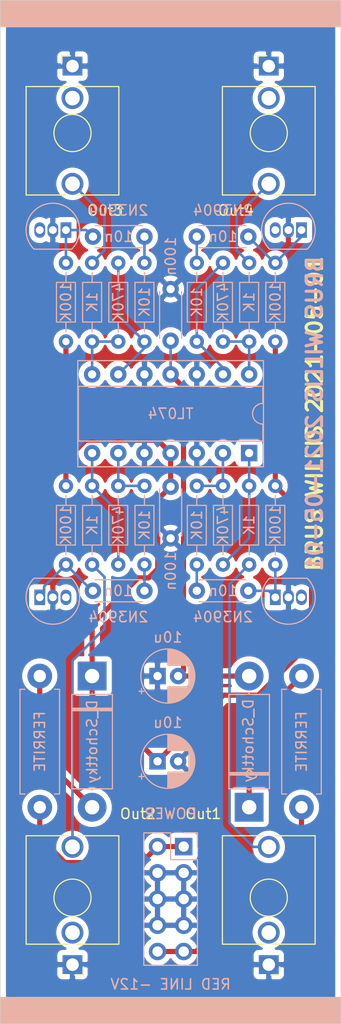
<source format=kicad_pcb>
(kicad_pcb (version 20171130) (host pcbnew 5.1.9-1.fc33)
  (layers (0 F.Cu signal) (31 B.Cu signal) (34 B.Paste user) (35 F.Paste user) (36 B.SilkS user) (37 F.SilkS user) (38 B.Mask user) (39 F.Mask user) (44 Edge.Cuts user))
  (net 0 "")
  (net 1 "Net-(C1-Pad2)")
  (net 2 "Net-(C1-Pad1)")
  (net 3 "Net-(C2-Pad2)")
  (net 4 "Net-(C2-Pad1)")
  (net 5 "Net-(C3-Pad2)")
  (net 6 "Net-(C3-Pad1)")
  (net 7 "Net-(C4-Pad2)")
  (net 8 "Net-(C4-Pad1)")
  (net 9 +12V)
  (net 10 GND)
  (net 11 -12V)
  (net 12 "Net-(J1-PadT)")
  (net 13 "Net-(J1-PadTN)")
  (net 14 "Net-(J2-PadT)")
  (net 15 "Net-(J2-PadTN)")
  (net 16 "Net-(J3-PadT)")
  (net 17 "Net-(J3-PadTN)")
  (net 18 "Net-(J4-PadT)")
  (net 19 "Net-(J4-PadTN)")
  (net 20 "Net-(Q1-Pad3)")
  (net 21 "Net-(Q2-Pad3)")
  (net 22 "Net-(Q3-Pad3)")
  (net 23 "Net-(Q4-Pad3)")
  (net 24 "Net-(R5-Pad1)")
  (net 25 "Net-(R10-Pad2)")
  (net 26 "Net-(R11-Pad2)")
  (net 27 "Net-(R12-Pad2)")
  (net 28 "Net-(R13-Pad2)")
  (net 29 "Net-(R10-Pad1)")
  (net 30 "Net-(R11-Pad1)")
  (net 31 "Net-(R12-Pad1)")
  (net 32 "Net-(D1-Pad2)")
  (net 33 "Net-(D2-Pad1)")
  (net 34 "Net-(FB1-Pad1)")
  (net 35 "Net-(FB2-Pad1)")
  (module Resistor_THT:R_Axial_DIN0411_L9.9mm_D3.6mm_P12.70mm_Horizontal (layer B.Cu) (at 92.71 141.605 90)
    (fp_text reference FB2 hide)
    (fp_text value FERRITE (at 6.35 0 90) (layer B.SilkS) (effects (justify mirror)))
    (pad 2 thru_hole oval (at 12.7 0 90) (size 2.4 2.4) (drill 1.2) (layers *.Cu *.Mask) (net 33 "Net-(D2-Pad1)"))
    (pad 1 thru_hole circle (at 0 0 90) (size 2.4 2.4) (drill 1.2) (layers *.Cu *.Mask) (net 35 "Net-(FB2-Pad1)"))
  )
  (module Resistor_THT:R_Axial_DIN0411_L9.9mm_D3.6mm_P12.70mm_Horizontal (layer B.Cu) (at 67.31 141.605 90)
    (fp_text reference FB1 hide)
    (fp_text value FERRITE (at 6.35 0 270) (layer B.SilkS) (effects (justify mirror)))
    (pad 2 thru_hole oval (at 12.7 0 90) (size 2.4 2.4) (drill 1.2) (layers *.Cu *.Mask) (net 32 "Net-(D1-Pad2)"))
    (pad 1 thru_hole circle (at 0 0 90) (size 2.4 2.4) (drill 1.2) (layers *.Cu *.Mask) (net 34 "Net-(FB1-Pad1)"))
  )
  (module Diode_THT:D_5W_P12.70mm_Horizontal (layer B.Cu) (at 87.63 141.605 90)
    (fp_text reference D2 hide)
    (fp_text value D_Schottky (at 6.444775 -0.085 90) (layer B.SilkS) (effects (justify mirror)))
    (pad 2 thru_hole oval (at 12.7 0 90) (size 2.8 2.8) (drill 1.4) (layers *.Cu *.Mask) (net 11 -12V))
    (pad 1 thru_hole rect (at 0 0 90) (size 2.8 2.8) (drill 1.4) (layers *.Cu *.Mask) (net 33 "Net-(D2-Pad1)"))
  )
  (module Diode_THT:D_5W_P12.70mm_Horizontal (layer B.Cu) (at 72.39 128.905 270)
    (fp_text reference D1 hide)
    (fp_text value D_Schottky (at 6.35 0 270) (layer B.SilkS) (effects (justify mirror)))
    (pad 2 thru_hole oval (at 12.7 0 270) (size 2.8 2.8) (drill 1.4) (layers *.Cu *.Mask) (net 32 "Net-(D1-Pad2)"))
    (pad 1 thru_hole rect (at 0 0 270) (size 2.8 2.8) (drill 1.4) (layers *.Cu *.Mask) (net 9 +12V))
  )
  (module Capacitor_THT:CP_Radial_D5.0mm_P2.00mm (layer B.Cu) (at 78.74 128.905)
    (fp_text reference C8 hide)
    (fp_text value 10u (at 1 -3.75) (layer B.SilkS) (effects (justify mirror)))
    (pad 2 thru_hole circle (at 2 0) (size 1.6 1.6) (drill 0.8) (layers *.Cu *.Mask) (net 11 -12V))
    (pad 1 thru_hole rect (at 0 0) (size 1.6 1.6) (drill 0.8) (layers *.Cu *.Mask) (net 10 GND))
  )
  (module Capacitor_THT:CP_Radial_D5.0mm_P2.00mm (layer B.Cu) (at 78.74 137.16)
    (fp_text reference C7 hide)
    (fp_text value 10u (at 1 -3.75) (layer B.SilkS) (effects (justify mirror)))
    (pad 2 thru_hole circle (at 2 0) (size 1.6 1.6) (drill 0.8) (layers *.Cu *.Mask) (net 10 GND))
    (pad 1 thru_hole rect (at 0 0) (size 1.6 1.6) (drill 0.8) (layers *.Cu *.Mask) (net 9 +12V))
  )
  (module Package_DIP:DIP-14_W7.62mm_Socket (layer B.Cu) (at 87.63 107.315 90)
    (fp_text reference U1 hide)
    (fp_text value TL074 (at 3.81 -7.62) (layer B.SilkS) (effects (justify mirror)))
    (pad 14 thru_hole oval (at 7.62 0 90) (size 1.6 1.6) (drill 0.8) (layers *.Cu *.Mask) (net 31 "Net-(R12-Pad1)"))
    (pad 7 thru_hole oval (at 0 -15.24 90) (size 1.6 1.6) (drill 0.8) (layers *.Cu *.Mask) (net 29 "Net-(R10-Pad1)"))
    (pad 13 thru_hole oval (at 7.62 -2.54 90) (size 1.6 1.6) (drill 0.8) (layers *.Cu *.Mask) (net 27 "Net-(R12-Pad2)"))
    (pad 6 thru_hole oval (at 0 -12.7 90) (size 1.6 1.6) (drill 0.8) (layers *.Cu *.Mask) (net 25 "Net-(R10-Pad2)"))
    (pad 12 thru_hole oval (at 7.62 -5.08 90) (size 1.6 1.6) (drill 0.8) (layers *.Cu *.Mask) (net 10 GND))
    (pad 5 thru_hole oval (at 0 -10.16 90) (size 1.6 1.6) (drill 0.8) (layers *.Cu *.Mask) (net 10 GND))
    (pad 11 thru_hole oval (at 7.62 -7.62 90) (size 1.6 1.6) (drill 0.8) (layers *.Cu *.Mask) (net 11 -12V))
    (pad 4 thru_hole oval (at 0 -7.62 90) (size 1.6 1.6) (drill 0.8) (layers *.Cu *.Mask) (net 9 +12V))
    (pad 10 thru_hole oval (at 7.62 -10.16 90) (size 1.6 1.6) (drill 0.8) (layers *.Cu *.Mask) (net 10 GND))
    (pad 3 thru_hole oval (at 0 -5.08 90) (size 1.6 1.6) (drill 0.8) (layers *.Cu *.Mask) (net 10 GND))
    (pad 9 thru_hole oval (at 7.62 -12.7 90) (size 1.6 1.6) (drill 0.8) (layers *.Cu *.Mask) (net 26 "Net-(R11-Pad2)"))
    (pad 2 thru_hole oval (at 0 -2.54 90) (size 1.6 1.6) (drill 0.8) (layers *.Cu *.Mask) (net 24 "Net-(R5-Pad1)"))
    (pad 8 thru_hole oval (at 7.62 -15.24 90) (size 1.6 1.6) (drill 0.8) (layers *.Cu *.Mask) (net 30 "Net-(R11-Pad1)"))
    (pad 1 thru_hole rect (at 0 0 90) (size 1.6 1.6) (drill 0.8) (layers *.Cu *.Mask) (net 28 "Net-(R13-Pad2)"))
  )
  (module Resistor_THT:R_Axial_DIN0204_L3.6mm_D1.6mm_P7.62mm_Horizontal (layer B.Cu) (at 87.63 88.9 270)
    (fp_text reference R16 hide)
    (fp_text value 1K (at 3.81 0 270) (layer B.SilkS) (effects (justify mirror)))
    (pad 2 thru_hole oval (at 7.62 0 270) (size 1.4 1.4) (drill 0.7) (layers *.Cu *.Mask) (net 31 "Net-(R12-Pad1)"))
    (pad 1 thru_hole circle (at 0 0 270) (size 1.4 1.4) (drill 0.7) (layers *.Cu *.Mask) (net 18 "Net-(J4-PadT)"))
  )
  (module Resistor_THT:R_Axial_DIN0204_L3.6mm_D1.6mm_P7.62mm_Horizontal (layer B.Cu) (at 72.39 88.9 270)
    (fp_text reference R15 hide)
    (fp_text value 1K (at 3.81 0 270) (layer B.SilkS) (effects (justify mirror)))
    (pad 2 thru_hole oval (at 7.62 0 270) (size 1.4 1.4) (drill 0.7) (layers *.Cu *.Mask) (net 30 "Net-(R11-Pad1)"))
    (pad 1 thru_hole circle (at 0 0 270) (size 1.4 1.4) (drill 0.7) (layers *.Cu *.Mask) (net 16 "Net-(J3-PadT)"))
  )
  (module Resistor_THT:R_Axial_DIN0204_L3.6mm_D1.6mm_P7.62mm_Horizontal (layer B.Cu) (at 72.39 118.11 90)
    (fp_text reference R14 hide)
    (fp_text value 1K (at 3.81 0 270) (layer B.SilkS) (effects (justify mirror)))
    (pad 2 thru_hole oval (at 7.62 0 90) (size 1.4 1.4) (drill 0.7) (layers *.Cu *.Mask) (net 29 "Net-(R10-Pad1)"))
    (pad 1 thru_hole circle (at 0 0 90) (size 1.4 1.4) (drill 0.7) (layers *.Cu *.Mask) (net 14 "Net-(J2-PadT)"))
  )
  (module Resistor_THT:R_Axial_DIN0204_L3.6mm_D1.6mm_P7.62mm_Horizontal (layer B.Cu) (at 87.63 118.11 90)
    (fp_text reference R13 hide)
    (fp_text value 1K (at 3.81 0 270) (layer B.SilkS) (effects (justify mirror)))
    (pad 2 thru_hole oval (at 7.62 0 90) (size 1.4 1.4) (drill 0.7) (layers *.Cu *.Mask) (net 28 "Net-(R13-Pad2)"))
    (pad 1 thru_hole circle (at 0 0 90) (size 1.4 1.4) (drill 0.7) (layers *.Cu *.Mask) (net 12 "Net-(J1-PadT)"))
  )
  (module Resistor_THT:R_Axial_DIN0204_L3.6mm_D1.6mm_P7.62mm_Horizontal (layer B.Cu) (at 85.09 96.52 90)
    (fp_text reference R12 hide)
    (fp_text value 470K (at 3.81 0 270) (layer B.SilkS) (effects (justify mirror)))
    (pad 2 thru_hole oval (at 7.62 0 90) (size 1.4 1.4) (drill 0.7) (layers *.Cu *.Mask) (net 27 "Net-(R12-Pad2)"))
    (pad 1 thru_hole circle (at 0 0 90) (size 1.4 1.4) (drill 0.7) (layers *.Cu *.Mask) (net 31 "Net-(R12-Pad1)"))
  )
  (module Resistor_THT:R_Axial_DIN0204_L3.6mm_D1.6mm_P7.62mm_Horizontal (layer B.Cu) (at 74.93 96.52 90)
    (fp_text reference R11 hide)
    (fp_text value 470K (at 3.81 0 270) (layer B.SilkS) (effects (justify mirror)))
    (pad 2 thru_hole oval (at 7.62 0 90) (size 1.4 1.4) (drill 0.7) (layers *.Cu *.Mask) (net 26 "Net-(R11-Pad2)"))
    (pad 1 thru_hole circle (at 0 0 90) (size 1.4 1.4) (drill 0.7) (layers *.Cu *.Mask) (net 30 "Net-(R11-Pad1)"))
  )
  (module Resistor_THT:R_Axial_DIN0204_L3.6mm_D1.6mm_P7.62mm_Horizontal (layer B.Cu) (at 74.93 118.11 90)
    (fp_text reference R10 hide)
    (fp_text value 470K (at 3.81 0 270) (layer B.SilkS) (effects (justify mirror)))
    (pad 2 thru_hole oval (at 7.62 0 90) (size 1.4 1.4) (drill 0.7) (layers *.Cu *.Mask) (net 25 "Net-(R10-Pad2)"))
    (pad 1 thru_hole circle (at 0 0 90) (size 1.4 1.4) (drill 0.7) (layers *.Cu *.Mask) (net 29 "Net-(R10-Pad1)"))
  )
  (module Resistor_THT:R_Axial_DIN0204_L3.6mm_D1.6mm_P7.62mm_Horizontal (layer B.Cu) (at 85.09 118.11 90)
    (fp_text reference R9 hide)
    (fp_text value 470K (at 3.81 0 270) (layer B.SilkS) (effects (justify mirror)))
    (pad 2 thru_hole oval (at 7.62 0 90) (size 1.4 1.4) (drill 0.7) (layers *.Cu *.Mask) (net 24 "Net-(R5-Pad1)"))
    (pad 1 thru_hole circle (at 0 0 90) (size 1.4 1.4) (drill 0.7) (layers *.Cu *.Mask) (net 28 "Net-(R13-Pad2)"))
  )
  (module Resistor_THT:R_Axial_DIN0204_L3.6mm_D1.6mm_P7.62mm_Horizontal (layer B.Cu) (at 82.55 96.52 90)
    (fp_text reference R8 hide)
    (fp_text value 10K (at 3.81 0 270) (layer B.SilkS) (effects (justify mirror)))
    (pad 2 thru_hole oval (at 7.62 0 90) (size 1.4 1.4) (drill 0.7) (layers *.Cu *.Mask) (net 8 "Net-(C4-Pad1)"))
    (pad 1 thru_hole circle (at 0 0 90) (size 1.4 1.4) (drill 0.7) (layers *.Cu *.Mask) (net 27 "Net-(R12-Pad2)"))
  )
  (module Resistor_THT:R_Axial_DIN0204_L3.6mm_D1.6mm_P7.62mm_Horizontal (layer B.Cu) (at 77.47 96.52 90)
    (fp_text reference R7 hide)
    (fp_text value 10K (at 3.81 0 270) (layer B.SilkS) (effects (justify mirror)))
    (pad 2 thru_hole oval (at 7.62 0 90) (size 1.4 1.4) (drill 0.7) (layers *.Cu *.Mask) (net 6 "Net-(C3-Pad1)"))
    (pad 1 thru_hole circle (at 0 0 90) (size 1.4 1.4) (drill 0.7) (layers *.Cu *.Mask) (net 26 "Net-(R11-Pad2)"))
  )
  (module Resistor_THT:R_Axial_DIN0204_L3.6mm_D1.6mm_P7.62mm_Horizontal (layer B.Cu) (at 77.47 110.49 270)
    (fp_text reference R6 hide)
    (fp_text value 10K (at 3.81 0 270) (layer B.SilkS) (effects (justify mirror)))
    (pad 2 thru_hole oval (at 7.62 0 270) (size 1.4 1.4) (drill 0.7) (layers *.Cu *.Mask) (net 4 "Net-(C2-Pad1)"))
    (pad 1 thru_hole circle (at 0 0 270) (size 1.4 1.4) (drill 0.7) (layers *.Cu *.Mask) (net 25 "Net-(R10-Pad2)"))
  )
  (module Resistor_THT:R_Axial_DIN0204_L3.6mm_D1.6mm_P7.62mm_Horizontal (layer B.Cu) (at 82.55 110.49 270)
    (fp_text reference R5 hide)
    (fp_text value 10K (at 3.81 0 270) (layer B.SilkS) (effects (justify mirror)))
    (pad 2 thru_hole oval (at 7.62 0 270) (size 1.4 1.4) (drill 0.7) (layers *.Cu *.Mask) (net 2 "Net-(C1-Pad1)"))
    (pad 1 thru_hole circle (at 0 0 270) (size 1.4 1.4) (drill 0.7) (layers *.Cu *.Mask) (net 24 "Net-(R5-Pad1)"))
  )
  (module Resistor_THT:R_Axial_DIN0204_L3.6mm_D1.6mm_P7.62mm_Horizontal (layer B.Cu) (at 90.17 96.52 90)
    (fp_text reference R4 hide)
    (fp_text value 100K (at 3.81 0 270) (layer B.SilkS) (effects (justify mirror)))
    (pad 2 thru_hole oval (at 7.62 0 90) (size 1.4 1.4) (drill 0.7) (layers *.Cu *.Mask) (net 7 "Net-(C4-Pad2)"))
    (pad 1 thru_hole circle (at 0 0 90) (size 1.4 1.4) (drill 0.7) (layers *.Cu *.Mask) (net 9 +12V))
  )
  (module Resistor_THT:R_Axial_DIN0204_L3.6mm_D1.6mm_P7.62mm_Horizontal (layer B.Cu) (at 69.85 96.52 90)
    (fp_text reference R3 hide)
    (fp_text value 100K (at 3.81 0 270) (layer B.SilkS) (effects (justify mirror)))
    (pad 2 thru_hole oval (at 7.62 0 90) (size 1.4 1.4) (drill 0.7) (layers *.Cu *.Mask) (net 5 "Net-(C3-Pad2)"))
    (pad 1 thru_hole circle (at 0 0 90) (size 1.4 1.4) (drill 0.7) (layers *.Cu *.Mask) (net 9 +12V))
  )
  (module Resistor_THT:R_Axial_DIN0204_L3.6mm_D1.6mm_P7.62mm_Horizontal (layer B.Cu) (at 69.85 110.49 270)
    (fp_text reference R2 hide)
    (fp_text value 100K (at 3.81 0 270) (layer B.SilkS) (effects (justify mirror)))
    (pad 2 thru_hole oval (at 7.62 0 270) (size 1.4 1.4) (drill 0.7) (layers *.Cu *.Mask) (net 3 "Net-(C2-Pad2)"))
    (pad 1 thru_hole circle (at 0 0 270) (size 1.4 1.4) (drill 0.7) (layers *.Cu *.Mask) (net 9 +12V))
  )
  (module Resistor_THT:R_Axial_DIN0204_L3.6mm_D1.6mm_P7.62mm_Horizontal (layer B.Cu) (at 90.17 110.49 270)
    (fp_text reference R1 hide)
    (fp_text value 100K (at 3.81 0 270) (layer B.SilkS) (effects (justify mirror)))
    (pad 2 thru_hole oval (at 7.62 0 270) (size 1.4 1.4) (drill 0.7) (layers *.Cu *.Mask) (net 1 "Net-(C1-Pad2)"))
    (pad 1 thru_hole circle (at 0 0 270) (size 1.4 1.4) (drill 0.7) (layers *.Cu *.Mask) (net 9 +12V))
  )
  (module Package_TO_SOT_THT:TO-92_Inline (layer B.Cu) (at 92.71 85.725 180)
    (fp_text reference Q4 hide)
    (fp_text value 2N3904 (at 7.62 1.905) (layer B.SilkS) (effects (justify mirror)))
    (pad 1 thru_hole rect (at 0 0 180) (size 1.05 1.5) (drill 0.75) (layers *.Cu *.Mask) (net 7 "Net-(C4-Pad2)"))
    (pad 3 thru_hole oval (at 2.54 0 180) (size 1.05 1.5) (drill 0.75) (layers *.Cu *.Mask) (net 23 "Net-(Q4-Pad3)"))
    (pad 2 thru_hole oval (at 1.27 0 180) (size 1.05 1.5) (drill 0.75) (layers *.Cu *.Mask) (net 10 GND))
  )
  (module Package_TO_SOT_THT:TO-92_Inline (layer B.Cu) (at 69.85 85.725 180)
    (fp_text reference Q3 hide)
    (fp_text value 2N3904 (at -5.08 1.905) (layer B.SilkS) (effects (justify mirror)))
    (pad 1 thru_hole rect (at 0 0 180) (size 1.05 1.5) (drill 0.75) (layers *.Cu *.Mask) (net 5 "Net-(C3-Pad2)"))
    (pad 3 thru_hole oval (at 2.54 0 180) (size 1.05 1.5) (drill 0.75) (layers *.Cu *.Mask) (net 22 "Net-(Q3-Pad3)"))
    (pad 2 thru_hole oval (at 1.27 0 180) (size 1.05 1.5) (drill 0.75) (layers *.Cu *.Mask) (net 10 GND))
  )
  (module Package_TO_SOT_THT:TO-92_Inline (layer B.Cu) (at 67.31 121.285)
    (fp_text reference Q2 hide)
    (fp_text value 2N3904 (at 7.62 1.905) (layer B.SilkS) (effects (justify mirror)))
    (pad 1 thru_hole rect (at 0 0) (size 1.05 1.5) (drill 0.75) (layers *.Cu *.Mask) (net 3 "Net-(C2-Pad2)"))
    (pad 3 thru_hole oval (at 2.54 0) (size 1.05 1.5) (drill 0.75) (layers *.Cu *.Mask) (net 21 "Net-(Q2-Pad3)"))
    (pad 2 thru_hole oval (at 1.27 0) (size 1.05 1.5) (drill 0.75) (layers *.Cu *.Mask) (net 10 GND))
  )
  (module Package_TO_SOT_THT:TO-92_Inline (layer B.Cu) (at 90.17 121.285)
    (fp_text reference Q1 hide)
    (fp_text value 2N3904 (at -5.08 1.905) (layer B.SilkS) (effects (justify mirror)))
    (pad 1 thru_hole rect (at 0 0) (size 1.05 1.5) (drill 0.75) (layers *.Cu *.Mask) (net 1 "Net-(C1-Pad2)"))
    (pad 3 thru_hole oval (at 2.54 0) (size 1.05 1.5) (drill 0.75) (layers *.Cu *.Mask) (net 20 "Net-(Q1-Pad3)"))
    (pad 2 thru_hole oval (at 1.27 0) (size 1.05 1.5) (drill 0.75) (layers *.Cu *.Mask) (net 10 GND))
  )
  (module Connector_PinHeader_2.54mm:PinHeader_2x05_P2.54mm_Vertical (layer B.Cu) (at 81.28 145.415 180)
    (fp_text reference J5 hide)
    (fp_text value POWER (at 1.27 3.175) (layer B.SilkS) (effects (justify mirror)))
    (pad 10 thru_hole oval (at 2.54 -10.16 180) (size 1.7 1.7) (drill 1) (layers *.Cu *.Mask) (net 35 "Net-(FB2-Pad1)"))
    (pad 9 thru_hole oval (at 0 -10.16 180) (size 1.7 1.7) (drill 1) (layers *.Cu *.Mask) (net 35 "Net-(FB2-Pad1)"))
    (pad 8 thru_hole oval (at 2.54 -7.62 180) (size 1.7 1.7) (drill 1) (layers *.Cu *.Mask) (net 10 GND))
    (pad 7 thru_hole oval (at 0 -7.62 180) (size 1.7 1.7) (drill 1) (layers *.Cu *.Mask) (net 10 GND))
    (pad 6 thru_hole oval (at 2.54 -5.08 180) (size 1.7 1.7) (drill 1) (layers *.Cu *.Mask) (net 10 GND))
    (pad 5 thru_hole oval (at 0 -5.08 180) (size 1.7 1.7) (drill 1) (layers *.Cu *.Mask) (net 10 GND))
    (pad 4 thru_hole oval (at 2.54 -2.54 180) (size 1.7 1.7) (drill 1) (layers *.Cu *.Mask) (net 10 GND))
    (pad 3 thru_hole oval (at 0 -2.54 180) (size 1.7 1.7) (drill 1) (layers *.Cu *.Mask) (net 10 GND))
    (pad 2 thru_hole oval (at 2.54 0 180) (size 1.7 1.7) (drill 1) (layers *.Cu *.Mask) (net 34 "Net-(FB1-Pad1)"))
    (pad 1 thru_hole rect (at 0 0 180) (size 1.7 1.7) (drill 1) (layers *.Cu *.Mask) (net 34 "Net-(FB1-Pad1)"))
  )
  (module Connector_Audio:Jack_3.5mm_QingPu_WQP-PJ398SM_Vertical_CircularHoles (layer F.Cu) (at 89.535 69.85)
    (fp_text reference J4 hide)
    (fp_text value Out4 (at -3.175 13.97 180) (layer F.SilkS))
    (pad T thru_hole circle (at 0 11.4 180) (size 2.13 2.13) (drill 1.43) (layers *.Cu *.Mask) (net 18 "Net-(J4-PadT)"))
    (pad S thru_hole rect (at 0 0 180) (size 1.93 1.83) (drill 1.22) (layers *.Cu *.Mask) (net 10 GND))
    (pad TN thru_hole circle (at 0 3.1 180) (size 2.13 2.13) (drill 1.42) (layers *.Cu *.Mask) (net 19 "Net-(J4-PadTN)"))
  )
  (module Connector_Audio:Jack_3.5mm_QingPu_WQP-PJ398SM_Vertical_CircularHoles (layer F.Cu) (at 70.485 69.85)
    (fp_text reference J3 hide)
    (fp_text value Out3 (at 3.175 13.97 180) (layer F.SilkS))
    (pad T thru_hole circle (at 0 11.4 180) (size 2.13 2.13) (drill 1.43) (layers *.Cu *.Mask) (net 16 "Net-(J3-PadT)"))
    (pad S thru_hole rect (at 0 0 180) (size 1.93 1.83) (drill 1.22) (layers *.Cu *.Mask) (net 10 GND))
    (pad TN thru_hole circle (at 0 3.1 180) (size 2.13 2.13) (drill 1.42) (layers *.Cu *.Mask) (net 17 "Net-(J3-PadTN)"))
  )
  (module Connector_Audio:Jack_3.5mm_QingPu_WQP-PJ398SM_Vertical_CircularHoles (layer F.Cu) (at 70.485 156.845 180)
    (fp_text reference J2 hide)
    (fp_text value Out2 (at -6.35 14.605 180) (layer F.SilkS))
    (pad T thru_hole circle (at 0 11.4) (size 2.13 2.13) (drill 1.43) (layers *.Cu *.Mask) (net 14 "Net-(J2-PadT)"))
    (pad S thru_hole rect (at 0 0) (size 1.93 1.83) (drill 1.22) (layers *.Cu *.Mask) (net 10 GND))
    (pad TN thru_hole circle (at 0 3.1) (size 2.13 2.13) (drill 1.42) (layers *.Cu *.Mask) (net 15 "Net-(J2-PadTN)"))
  )
  (module Connector_Audio:Jack_3.5mm_QingPu_WQP-PJ398SM_Vertical_CircularHoles (layer F.Cu) (at 89.535 156.845 180)
    (fp_text reference J1 hide)
    (fp_text value Out1 (at 6.35 14.605 180) (layer F.SilkS))
    (pad T thru_hole circle (at 0 11.4) (size 2.13 2.13) (drill 1.43) (layers *.Cu *.Mask) (net 12 "Net-(J1-PadT)"))
    (pad S thru_hole rect (at 0 0) (size 1.93 1.83) (drill 1.22) (layers *.Cu *.Mask) (net 10 GND))
    (pad TN thru_hole circle (at 0 3.1) (size 2.13 2.13) (drill 1.42) (layers *.Cu *.Mask) (net 13 "Net-(J1-PadTN)"))
  )
  (module Capacitor_THT:C_Disc_D4.3mm_W1.9mm_P5.00mm (layer B.Cu) (at 80.01 91.44 270)
    (fp_text reference C6 hide)
    (fp_text value 100n (at -3.175 0 270) (layer B.SilkS) (effects (justify mirror)))
    (pad 2 thru_hole circle (at 5 0 270) (size 1.6 1.6) (drill 0.8) (layers *.Cu *.Mask) (net 11 -12V))
    (pad 1 thru_hole circle (at 0 0 270) (size 1.6 1.6) (drill 0.8) (layers *.Cu *.Mask) (net 10 GND))
  )
  (module Capacitor_THT:C_Disc_D4.3mm_W1.9mm_P5.00mm (layer B.Cu) (at 80.01 115.57 90)
    (fp_text reference C5 hide)
    (fp_text value 100n (at -3.175 0 -90) (layer B.SilkS) (effects (justify mirror)))
    (pad 2 thru_hole circle (at 5 0 90) (size 1.6 1.6) (drill 0.8) (layers *.Cu *.Mask) (net 9 +12V))
    (pad 1 thru_hole circle (at 0 0 90) (size 1.6 1.6) (drill 0.8) (layers *.Cu *.Mask) (net 10 GND))
  )
  (module Capacitor_THT:C_Disc_D4.3mm_W1.9mm_P5.00mm (layer B.Cu) (at 82.55 86.36)
    (fp_text reference C4 hide)
    (fp_text value 10n (at 2.54 0) (layer B.SilkS) (effects (justify mirror)))
    (pad 2 thru_hole circle (at 5 0) (size 1.6 1.6) (drill 0.8) (layers *.Cu *.Mask) (net 7 "Net-(C4-Pad2)"))
    (pad 1 thru_hole circle (at 0 0) (size 1.6 1.6) (drill 0.8) (layers *.Cu *.Mask) (net 8 "Net-(C4-Pad1)"))
  )
  (module Capacitor_THT:C_Disc_D4.3mm_W1.9mm_P5.00mm (layer B.Cu) (at 77.47 86.36 180)
    (fp_text reference C3 hide)
    (fp_text value 10n (at 2.5 0) (layer B.SilkS) (effects (justify mirror)))
    (pad 2 thru_hole circle (at 5 0 180) (size 1.6 1.6) (drill 0.8) (layers *.Cu *.Mask) (net 5 "Net-(C3-Pad2)"))
    (pad 1 thru_hole circle (at 0 0 180) (size 1.6 1.6) (drill 0.8) (layers *.Cu *.Mask) (net 6 "Net-(C3-Pad1)"))
  )
  (module Capacitor_THT:C_Disc_D4.3mm_W1.9mm_P5.00mm (layer B.Cu) (at 77.47 120.65 180)
    (fp_text reference C2 hide)
    (fp_text value 10n (at 2.54 0) (layer B.SilkS) (effects (justify mirror)))
    (pad 2 thru_hole circle (at 5 0 180) (size 1.6 1.6) (drill 0.8) (layers *.Cu *.Mask) (net 3 "Net-(C2-Pad2)"))
    (pad 1 thru_hole circle (at 0 0 180) (size 1.6 1.6) (drill 0.8) (layers *.Cu *.Mask) (net 4 "Net-(C2-Pad1)"))
  )
  (module Capacitor_THT:C_Disc_D4.3mm_W1.9mm_P5.00mm (layer B.Cu) (at 82.55 120.65)
    (fp_text reference C1 hide)
    (fp_text value 10n (at 2.54 0) (layer B.SilkS) (effects (justify mirror)))
    (pad 2 thru_hole circle (at 5 0) (size 1.6 1.6) (drill 0.8) (layers *.Cu *.Mask) (net 1 "Net-(C1-Pad2)"))
    (pad 1 thru_hole circle (at 0 0) (size 1.6 1.6) (drill 0.8) (layers *.Cu *.Mask) (net 2 "Net-(C1-Pad1)"))
  )
  (gr_text "BRUS WILLIS 2021-05-01" (at 93.98 103.505 90) (layer F.SilkS) (effects (font (size 1.5 1.5) (thickness 0.3))))
  (gr_text "BRUS WILLIS 2021-05-01" (at 93.98 103.505 90) (layer B.SilkS) (effects (font (size 1.5 1.5) (thickness 0.3)) (justify mirror)))
  (gr_poly (pts (xy 96.52 162.56) (xy 63.5 162.56) (xy 63.5 160.02) (xy 96.52 160.02)) (layer B.SilkS) (width 0.1))
  (gr_poly (pts (xy 96.52 66.04) (xy 63.5 66.04) (xy 63.5 63.5) (xy 96.52 63.5)) (layer B.SilkS) (width 0.1))
  (gr_text "RED LINE -12V" (at 80.01 158.75) (layer B.SilkS) (effects (font (size 1 1)) (justify mirror)))
  (gr_poly (pts (xy 96.52 162.56) (xy 63.5 162.56) (xy 63.5 160.02) (xy 96.52 160.02)) (layer F.SilkS) (width 0.1))
  (gr_poly (pts (xy 96.52 66.04) (xy 63.5 66.04) (xy 63.5 63.5) (xy 96.52 63.5)) (layer F.SilkS) (width 0.1))
  (gr_line (start 63.5 162.56) (end 63.5 63.5) (layer Edge.Cuts) (width 0.05))
  (gr_line (start 96.52 162.56) (end 63.5 162.56) (layer Edge.Cuts) (width 0.05))
  (gr_line (start 96.52 63.5) (end 96.52 162.56) (layer Edge.Cuts) (width 0.05))
  (gr_line (start 63.5 63.5) (end 96.52 63.5) (layer Edge.Cuts) (width 0.05))
  (segment (start 89.535 120.65) (end 90.17 121.285) (width 0.25) (layer B.Cu) (net 1))
  (segment (start 87.55 120.65) (end 89.535 120.65) (width 0.25) (layer B.Cu) (net 1))
  (segment (start 90.17 121.285) (end 90.17 118.11) (width 0.25) (layer B.Cu) (net 1))
  (segment (start 82.55 118.11) (end 82.55 120.65) (width 0.25) (layer B.Cu) (net 2))
  (segment (start 72.39 120.65) (end 72.47 120.65) (width 0.25) (layer B.Cu) (net 3))
  (segment (start 69.85 118.11) (end 72.39 120.65) (width 0.25) (layer B.Cu) (net 3))
  (segment (start 67.72999 120.23001) (end 69.85 118.11) (width 0.25) (layer B.Cu) (net 3))
  (segment (start 67.72999 120.86501) (end 67.72999 120.23001) (width 0.25) (layer B.Cu) (net 3))
  (segment (start 67.31 121.285) (end 67.72999 120.86501) (width 0.25) (layer B.Cu) (net 3))
  (segment (start 77.47 118.11) (end 77.47 120.65) (width 0.25) (layer B.Cu) (net 4))
  (segment (start 71.835 85.725) (end 72.47 86.36) (width 0.25) (layer B.Cu) (net 5))
  (segment (start 69.85 85.725) (end 71.835 85.725) (width 0.25) (layer B.Cu) (net 5))
  (segment (start 69.85 88.9) (end 69.85 85.725) (width 0.25) (layer B.Cu) (net 5))
  (segment (start 77.47 88.9) (end 77.47 86.36) (width 0.25) (layer B.Cu) (net 6))
  (segment (start 90.09 88.9) (end 90.17 88.9) (width 0.25) (layer B.Cu) (net 7))
  (segment (start 87.55 86.36) (end 90.09 88.9) (width 0.25) (layer B.Cu) (net 7))
  (segment (start 92.71 86.36) (end 92.71 85.725) (width 0.25) (layer B.Cu) (net 7))
  (segment (start 90.17 88.9) (end 92.71 86.36) (width 0.25) (layer B.Cu) (net 7))
  (segment (start 82.55 88.9) (end 82.55 86.36) (width 0.25) (layer B.Cu) (net 8))
  (segment (start 72.39 130.81) (end 78.74 137.16) (width 0.5) (layer F.Cu) (net 9))
  (segment (start 72.39 128.905) (end 72.39 130.81) (width 0.5) (layer F.Cu) (net 9))
  (segment (start 78.759999 111.820001) (end 80.01 110.57) (width 0.5) (layer F.Cu) (net 9))
  (segment (start 77.882003 119.399999) (end 78.759999 118.522003) (width 0.5) (layer F.Cu) (net 9))
  (segment (start 78.759999 118.522003) (end 78.759999 111.820001) (width 0.5) (layer F.Cu) (net 9))
  (segment (start 76.869999 119.399999) (end 77.882003 119.399999) (width 0.5) (layer F.Cu) (net 9))
  (segment (start 72.39 123.879998) (end 76.869999 119.399999) (width 0.5) (layer F.Cu) (net 9))
  (segment (start 72.39 128.905) (end 72.39 123.879998) (width 0.5) (layer F.Cu) (net 9))
  (segment (start 80.01 110.57) (end 80.01 107.315) (width 0.5) (layer F.Cu) (net 9))
  (segment (start 69.85 108.004998) (end 69.85 110.49) (width 0.5) (layer F.Cu) (net 9))
  (segment (start 71.789999 106.064999) (end 69.85 108.004998) (width 0.5) (layer F.Cu) (net 9))
  (segment (start 78.759999 106.064999) (end 71.789999 106.064999) (width 0.5) (layer F.Cu) (net 9))
  (segment (start 80.01 107.315) (end 78.759999 106.064999) (width 0.5) (layer F.Cu) (net 9))
  (segment (start 69.85 104.125) (end 71.789999 106.064999) (width 0.5) (layer F.Cu) (net 9))
  (segment (start 69.85 96.52) (end 69.85 104.125) (width 0.5) (layer F.Cu) (net 9))
  (segment (start 93.68501 114.00501) (end 90.17 110.49) (width 0.5) (layer F.Cu) (net 9))
  (segment (start 88.518001 130.755001) (end 93.68501 125.587992) (width 0.5) (layer F.Cu) (net 9))
  (segment (start 93.68501 125.587992) (end 93.68501 114.00501) (width 0.5) (layer F.Cu) (net 9))
  (segment (start 85.144999 130.755001) (end 88.518001 130.755001) (width 0.5) (layer F.Cu) (net 9))
  (segment (start 78.74 137.16) (end 85.144999 130.755001) (width 0.5) (layer F.Cu) (net 9))
  (segment (start 90.17 110.49) (end 90.17 96.52) (width 0.5) (layer F.Cu) (net 9))
  (segment (start 78.74 147.955) (end 81.28 147.955) (width 0.5) (layer F.Cu) (net 10))
  (segment (start 78.74 150.495) (end 81.28 150.495) (width 0.5) (layer F.Cu) (net 10))
  (segment (start 78.74 153.035) (end 81.28 153.035) (width 0.5) (layer F.Cu) (net 10))
  (segment (start 81.28 153.035) (end 81.28 147.955) (width 0.5) (layer F.Cu) (net 10))
  (segment (start 78.74 153.035) (end 78.74 147.955) (width 0.5) (layer F.Cu) (net 10))
  (segment (start 87.63 128.905) (end 80.74 128.905) (width 0.5) (layer F.Cu) (net 11))
  (segment (start 81.260001 100.945001) (end 80.01 99.695) (width 0.5) (layer F.Cu) (net 11))
  (segment (start 81.260001 128.384999) (end 81.260001 100.945001) (width 0.5) (layer F.Cu) (net 11))
  (segment (start 80.74 128.905) (end 81.260001 128.384999) (width 0.5) (layer F.Cu) (net 11))
  (segment (start 80.01 99.695) (end 80.01 96.44) (width 0.25) (layer B.Cu) (net 11))
  (segment (start 85.725 120.015) (end 87.63 118.11) (width 0.25) (layer B.Cu) (net 12))
  (segment (start 85.725 143.141137) (end 85.725 120.015) (width 0.25) (layer B.Cu) (net 12))
  (segment (start 88.028863 145.445) (end 85.725 143.141137) (width 0.25) (layer B.Cu) (net 12))
  (segment (start 89.535 145.445) (end 88.028863 145.445) (width 0.25) (layer B.Cu) (net 12))
  (segment (start 70.485 127.424998) (end 70.485 145.445) (width 0.25) (layer B.Cu) (net 14))
  (segment (start 73.595001 124.314997) (end 70.485 127.424998) (width 0.25) (layer B.Cu) (net 14))
  (segment (start 73.595001 119.315001) (end 73.595001 124.314997) (width 0.25) (layer B.Cu) (net 14))
  (segment (start 72.39 118.11) (end 73.595001 119.315001) (width 0.25) (layer B.Cu) (net 14))
  (segment (start 73.595001 84.360001) (end 70.485 81.25) (width 0.25) (layer B.Cu) (net 16))
  (segment (start 73.595001 87.694999) (end 73.595001 84.360001) (width 0.25) (layer B.Cu) (net 16))
  (segment (start 72.39 88.9) (end 73.595001 87.694999) (width 0.25) (layer B.Cu) (net 16))
  (segment (start 86.424999 84.360001) (end 89.535 81.25) (width 0.25) (layer B.Cu) (net 18))
  (segment (start 86.424999 87.694999) (end 86.424999 84.360001) (width 0.25) (layer B.Cu) (net 18))
  (segment (start 87.63 88.9) (end 86.424999 87.694999) (width 0.25) (layer B.Cu) (net 18))
  (segment (start 82.55 110.49) (end 85.09 110.49) (width 0.25) (layer B.Cu) (net 24))
  (segment (start 85.09 110.49) (end 85.09 107.315) (width 0.25) (layer B.Cu) (net 24))
  (segment (start 74.93 107.315) (end 74.93 110.49) (width 0.25) (layer B.Cu) (net 25))
  (segment (start 77.47 110.49) (end 74.93 110.49) (width 0.25) (layer B.Cu) (net 25))
  (segment (start 77.47 97.155) (end 77.47 96.52) (width 0.25) (layer B.Cu) (net 26))
  (segment (start 74.93 99.695) (end 77.47 97.155) (width 0.25) (layer B.Cu) (net 26))
  (segment (start 74.93 93.98) (end 77.47 96.52) (width 0.25) (layer B.Cu) (net 26))
  (segment (start 74.93 88.9) (end 74.93 93.98) (width 0.25) (layer B.Cu) (net 26))
  (segment (start 85.09 99.06) (end 85.09 99.695) (width 0.25) (layer B.Cu) (net 27))
  (segment (start 82.55 96.52) (end 85.09 99.06) (width 0.25) (layer B.Cu) (net 27))
  (segment (start 82.55 91.44) (end 85.09 88.9) (width 0.25) (layer B.Cu) (net 27))
  (segment (start 82.55 96.52) (end 82.55 91.44) (width 0.25) (layer B.Cu) (net 27))
  (segment (start 87.63 115.57) (end 85.09 118.11) (width 0.25) (layer B.Cu) (net 28))
  (segment (start 87.63 110.49) (end 87.63 115.57) (width 0.25) (layer B.Cu) (net 28))
  (segment (start 87.63 107.315) (end 87.63 110.49) (width 0.25) (layer B.Cu) (net 28))
  (segment (start 74.93 113.03) (end 72.39 110.49) (width 0.25) (layer B.Cu) (net 29))
  (segment (start 74.93 118.11) (end 74.93 113.03) (width 0.25) (layer B.Cu) (net 29))
  (segment (start 72.39 107.315) (end 72.39 110.49) (width 0.25) (layer B.Cu) (net 29))
  (segment (start 72.39 99.695) (end 72.39 96.52) (width 0.25) (layer B.Cu) (net 30))
  (segment (start 72.39 96.52) (end 74.93 96.52) (width 0.25) (layer B.Cu) (net 30))
  (segment (start 85.09 96.52) (end 87.63 96.52) (width 0.25) (layer B.Cu) (net 31))
  (segment (start 87.63 96.52) (end 87.63 99.695) (width 0.25) (layer B.Cu) (net 31))
  (segment (start 67.31 136.525) (end 72.39 141.605) (width 0.5) (layer F.Cu) (net 32))
  (segment (start 67.31 128.905) (end 67.31 136.525) (width 0.5) (layer F.Cu) (net 32))
  (segment (start 87.63 133.985) (end 92.71 128.905) (width 0.5) (layer F.Cu) (net 33))
  (segment (start 87.63 141.605) (end 87.63 133.985) (width 0.5) (layer F.Cu) (net 33))
  (segment (start 81.28 145.415) (end 78.74 145.415) (width 0.5) (layer F.Cu) (net 34))
  (segment (start 67.31 144.512202) (end 67.31 141.605) (width 0.5) (layer F.Cu) (net 34))
  (segment (start 69.757799 146.960001) (end 67.31 144.512202) (width 0.5) (layer F.Cu) (net 34))
  (segment (start 77.194999 146.960001) (end 69.757799 146.960001) (width 0.5) (layer F.Cu) (net 34))
  (segment (start 78.74 145.415) (end 77.194999 146.960001) (width 0.5) (layer F.Cu) (net 34))
  (segment (start 81.28 155.575) (end 78.74 155.575) (width 0.5) (layer F.Cu) (net 35))
  (segment (start 92.71 145.347081) (end 92.71 141.605) (width 0.5) (layer F.Cu) (net 35))
  (segment (start 82.482081 155.575) (end 92.71 145.347081) (width 0.5) (layer F.Cu) (net 35))
  (segment (start 81.28 155.575) (end 82.482081 155.575) (width 0.5) (layer F.Cu) (net 35))
  (zone (net 10) (net_name GND) (layer F.Cu) (connect_pads (clearance 0.508)) (min_thickness 0.254) (fill yes (arc_segments 32) (thermal_gap 0.508) (thermal_bridge_width 0.508))
    (polygon (pts (xy 96.52 162.56) (xy 63.5 162.56) (xy 63.5 63.5) (xy 96.52 63.5)))
  )
  (zone (net 10) (net_name GND) (layer B.Cu) (connect_pads (clearance 0.508)) (min_thickness 0.254) (fill yes (arc_segments 32) (thermal_gap 0.508) (thermal_bridge_width 0.508))
    (polygon (pts (xy 96.52 162.56) (xy 63.5 162.56) (xy 63.5 63.5) (xy 96.52 63.5)))
  )
)
</source>
